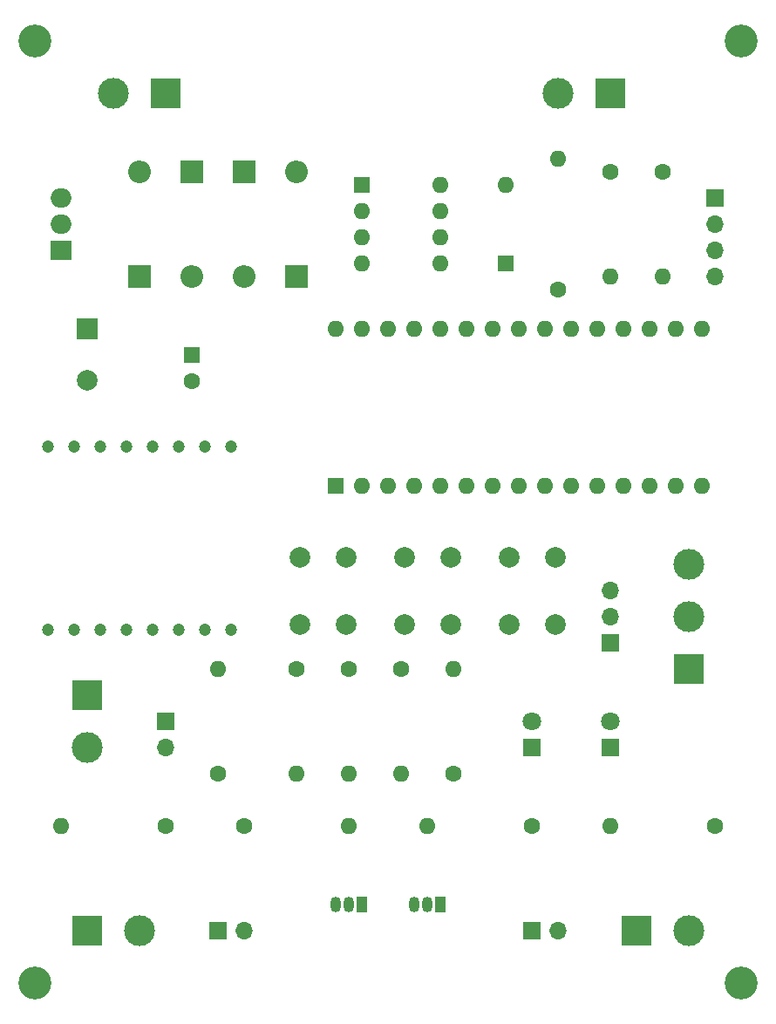
<source format=gbr>
%TF.GenerationSoftware,KiCad,Pcbnew,(6.0.6)*%
%TF.CreationDate,2023-11-02T23:17:45+01:00*%
%TF.ProjectId,DA02,44413032-2e6b-4696-9361-645f70636258,1.0*%
%TF.SameCoordinates,Original*%
%TF.FileFunction,Soldermask,Bot*%
%TF.FilePolarity,Negative*%
%FSLAX46Y46*%
G04 Gerber Fmt 4.6, Leading zero omitted, Abs format (unit mm)*
G04 Created by KiCad (PCBNEW (6.0.6)) date 2023-11-02 23:17:45*
%MOMM*%
%LPD*%
G01*
G04 APERTURE LIST*
%ADD10C,1.600000*%
%ADD11O,1.600000X1.600000*%
%ADD12R,2.200000X2.200000*%
%ADD13O,2.200000X2.200000*%
%ADD14R,1.050000X1.500000*%
%ADD15O,1.050000X1.500000*%
%ADD16R,1.600000X1.600000*%
%ADD17R,1.700000X1.700000*%
%ADD18O,1.700000X1.700000*%
%ADD19C,3.200000*%
%ADD20R,2.000000X2.000000*%
%ADD21C,2.000000*%
%ADD22R,2.000000X1.905000*%
%ADD23O,2.000000X1.905000*%
%ADD24R,3.000000X3.000000*%
%ADD25C,3.000000*%
%ADD26C,1.200000*%
%ADD27R,1.800000X1.800000*%
%ADD28C,1.800000*%
G04 APERTURE END LIST*
D10*
%TO.C,R10*%
X66040000Y-93980000D03*
D11*
X55880000Y-93980000D03*
%TD*%
D12*
%TO.C,D4*%
X33020000Y-30480000D03*
D13*
X33020000Y-40640000D03*
%TD*%
D14*
%TO.C,Q2*%
X57150000Y-101600000D03*
D15*
X55880000Y-101600000D03*
X54610000Y-101600000D03*
%TD*%
D16*
%TO.C,U2*%
X49540000Y-31760000D03*
D11*
X49540000Y-34300000D03*
X49540000Y-36840000D03*
X49540000Y-39380000D03*
X57160000Y-39380000D03*
X57160000Y-36840000D03*
X57160000Y-34300000D03*
X57160000Y-31760000D03*
%TD*%
D17*
%TO.C,J6*%
X35560000Y-104140000D03*
D18*
X38100000Y-104140000D03*
%TD*%
D17*
%TO.C,J4*%
X73660000Y-76200000D03*
D18*
X73660000Y-73660000D03*
X73660000Y-71120000D03*
%TD*%
D10*
%TO.C,R4*%
X43180000Y-78740000D03*
D11*
X43180000Y-88900000D03*
%TD*%
D17*
%TO.C,J8*%
X66040000Y-104140000D03*
D18*
X68580000Y-104140000D03*
%TD*%
D19*
%TO.C,H4*%
X17780000Y-109220000D03*
%TD*%
D16*
%TO.C,A1*%
X46990000Y-60950000D03*
D11*
X49530000Y-60950000D03*
X52070000Y-60950000D03*
X54610000Y-60950000D03*
X57150000Y-60950000D03*
X59690000Y-60950000D03*
X62230000Y-60950000D03*
X64770000Y-60950000D03*
X67310000Y-60950000D03*
X69850000Y-60950000D03*
X72390000Y-60950000D03*
X74930000Y-60950000D03*
X77470000Y-60950000D03*
X80010000Y-60950000D03*
X82550000Y-60950000D03*
X82550000Y-45710000D03*
X80010000Y-45710000D03*
X77470000Y-45710000D03*
X74930000Y-45710000D03*
X72390000Y-45710000D03*
X69850000Y-45710000D03*
X67310000Y-45710000D03*
X64770000Y-45710000D03*
X62230000Y-45710000D03*
X59690000Y-45710000D03*
X57150000Y-45710000D03*
X54610000Y-45710000D03*
X52070000Y-45710000D03*
X49530000Y-45710000D03*
X46990000Y-45710000D03*
%TD*%
D12*
%TO.C,D2*%
X27940000Y-40640000D03*
D13*
X27940000Y-30480000D03*
%TD*%
D20*
%TO.C,C1*%
X22860000Y-45720000D03*
D21*
X22860000Y-50720000D03*
%TD*%
%TO.C,SW2*%
X53630000Y-67870000D03*
X53630000Y-74370000D03*
X58130000Y-67870000D03*
X58130000Y-74370000D03*
%TD*%
D10*
%TO.C,R8*%
X30480000Y-93980000D03*
D11*
X20320000Y-93980000D03*
%TD*%
D10*
%TO.C,R6*%
X53340000Y-78740000D03*
D11*
X53340000Y-88900000D03*
%TD*%
D22*
%TO.C,U1*%
X20320000Y-38100000D03*
D23*
X20320000Y-35560000D03*
X20320000Y-33020000D03*
%TD*%
D10*
%TO.C,R7*%
X58420000Y-88900000D03*
D11*
X58420000Y-78740000D03*
%TD*%
D19*
%TO.C,H3*%
X86360000Y-109220000D03*
%TD*%
D17*
%TO.C,J11*%
X30480000Y-83820000D03*
D18*
X30480000Y-86360000D03*
%TD*%
D19*
%TO.C,H1*%
X17780000Y-17780000D03*
%TD*%
D16*
%TO.C,C2*%
X33020000Y-48260000D03*
D10*
X33020000Y-50760000D03*
%TD*%
%TO.C,R5*%
X48260000Y-78740000D03*
D11*
X48260000Y-88900000D03*
%TD*%
D24*
%TO.C,J10*%
X22860000Y-81280000D03*
D25*
X22860000Y-86360000D03*
%TD*%
D17*
%TO.C,J5*%
X83820000Y-33020000D03*
D18*
X83820000Y-35560000D03*
X83820000Y-38100000D03*
X83820000Y-40640000D03*
%TD*%
D26*
%TO.C,U3*%
X36830000Y-57150000D03*
X34290000Y-57150000D03*
X31750000Y-57150000D03*
X29210000Y-57150000D03*
X26670000Y-57150000D03*
X24130000Y-57150000D03*
X21590000Y-57150000D03*
X19050000Y-57150000D03*
X19050000Y-74930000D03*
X21590000Y-74930000D03*
X24130000Y-74930000D03*
X26670000Y-74930000D03*
X29210000Y-74930000D03*
X31750000Y-74930000D03*
X34290000Y-74930000D03*
X36830000Y-74930000D03*
%TD*%
D21*
%TO.C,SW3*%
X63790000Y-67870000D03*
X63790000Y-74370000D03*
X68290000Y-67870000D03*
X68290000Y-74370000D03*
%TD*%
D24*
%TO.C,J7*%
X22860000Y-104140000D03*
D25*
X27940000Y-104140000D03*
%TD*%
D10*
%TO.C,R9*%
X38100000Y-93980000D03*
D11*
X48260000Y-93980000D03*
%TD*%
D19*
%TO.C,H2*%
X86360000Y-17780000D03*
%TD*%
D21*
%TO.C,SW1*%
X43470000Y-74370000D03*
X43470000Y-67870000D03*
X47970000Y-67870000D03*
X47970000Y-74370000D03*
%TD*%
D27*
%TO.C,D6*%
X66040000Y-86360000D03*
D28*
X66040000Y-83820000D03*
%TD*%
D14*
%TO.C,Q1*%
X49530000Y-101600000D03*
D15*
X48260000Y-101600000D03*
X46990000Y-101600000D03*
%TD*%
D16*
%TO.C,D5*%
X63500000Y-39370000D03*
D11*
X63500000Y-31750000D03*
%TD*%
D10*
%TO.C,R12*%
X35560000Y-88900000D03*
D11*
X35560000Y-78740000D03*
%TD*%
D12*
%TO.C,D1*%
X43180000Y-40640000D03*
D13*
X43180000Y-30480000D03*
%TD*%
D24*
%TO.C,J9*%
X76200000Y-104140000D03*
D25*
X81280000Y-104140000D03*
%TD*%
D10*
%TO.C,R1*%
X68580000Y-41910000D03*
D11*
X68580000Y-29210000D03*
%TD*%
D10*
%TO.C,R2*%
X73660000Y-30480000D03*
D11*
X73660000Y-40640000D03*
%TD*%
D12*
%TO.C,D3*%
X38100000Y-30480000D03*
D13*
X38100000Y-40640000D03*
%TD*%
D27*
%TO.C,D7*%
X73660000Y-86360000D03*
D28*
X73660000Y-83820000D03*
%TD*%
D10*
%TO.C,R11*%
X83820000Y-93980000D03*
D11*
X73660000Y-93980000D03*
%TD*%
D24*
%TO.C,J1*%
X30480000Y-22860000D03*
D25*
X25400000Y-22860000D03*
%TD*%
D24*
%TO.C,J3*%
X81280000Y-78740000D03*
D25*
X81280000Y-73660000D03*
X81280000Y-68580000D03*
%TD*%
D24*
%TO.C,J2*%
X73660000Y-22860000D03*
D25*
X68580000Y-22860000D03*
%TD*%
D10*
%TO.C,R3*%
X78740000Y-30480000D03*
D11*
X78740000Y-40640000D03*
%TD*%
M02*

</source>
